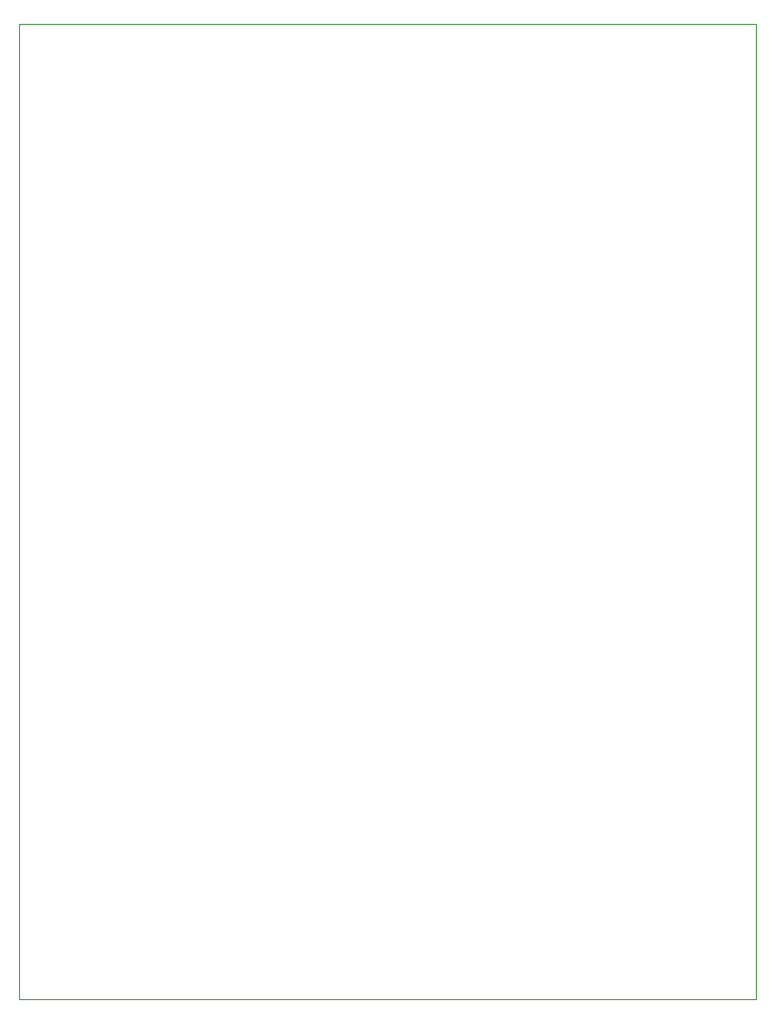
<source format=gbr>
%TF.GenerationSoftware,KiCad,Pcbnew,9.0.3*%
%TF.CreationDate,2026-01-19T22:35:58+02:00*%
%TF.ProjectId,GimbalBoard,47696d62-616c-4426-9f61-72642e6b6963,rev?*%
%TF.SameCoordinates,Original*%
%TF.FileFunction,Profile,NP*%
%FSLAX46Y46*%
G04 Gerber Fmt 4.6, Leading zero omitted, Abs format (unit mm)*
G04 Created by KiCad (PCBNEW 9.0.3) date 2026-01-19 22:35:58*
%MOMM*%
%LPD*%
G01*
G04 APERTURE LIST*
%TA.AperFunction,Profile*%
%ADD10C,0.050000*%
%TD*%
G04 APERTURE END LIST*
D10*
X130475000Y-42750000D02*
X195850000Y-42750000D01*
X195850000Y-129175000D01*
X130475000Y-129175000D01*
X130475000Y-42750000D01*
M02*

</source>
